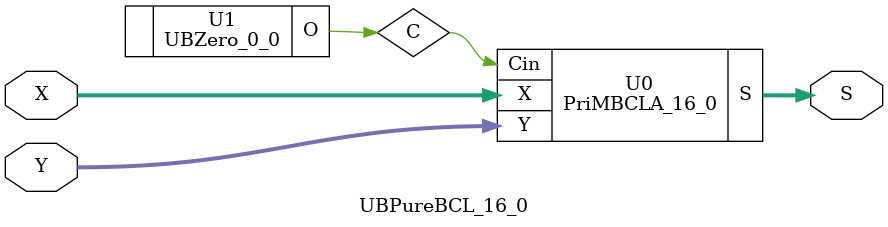
<source format=v>
/*----------------------------------------------------------------------------
  Copyright (c) 2021 Homma laboratory. All rights reserved.

  Top module: UBBCL_8_0_16_0

  Operand-1 length: 9
  Operand-2 length: 17
  Two-operand addition algorithm: Block carry look-ahead adder
----------------------------------------------------------------------------*/

module UB1DCON_0(O, I);
  output O;
  input I;
  assign O = I;
endmodule

module UB1DCON_1(O, I);
  output O;
  input I;
  assign O = I;
endmodule

module UB1DCON_2(O, I);
  output O;
  input I;
  assign O = I;
endmodule

module UB1DCON_3(O, I);
  output O;
  input I;
  assign O = I;
endmodule

module UB1DCON_4(O, I);
  output O;
  input I;
  assign O = I;
endmodule

module UB1DCON_5(O, I);
  output O;
  input I;
  assign O = I;
endmodule

module UB1DCON_6(O, I);
  output O;
  input I;
  assign O = I;
endmodule

module UB1DCON_7(O, I);
  output O;
  input I;
  assign O = I;
endmodule

module UB1DCON_8(O, I);
  output O;
  input I;
  assign O = I;
endmodule

module UBZero_16_9(O);
  output [16:9] O;
  assign O[9] = 0;
  assign O[10] = 0;
  assign O[11] = 0;
  assign O[12] = 0;
  assign O[13] = 0;
  assign O[14] = 0;
  assign O[15] = 0;
  assign O[16] = 0;
endmodule

module GPGenerator(Go, Po, A, B);
  output Go;
  output Po;
  input A;
  input B;
  assign Go = A & B;
  assign Po = A ^ B;
endmodule

module BCLAU_4(Go, Po, G, P, Cin);
  output Go;
  output Po;
  input Cin;
  input [3:0] G;
  input [3:0] P;
  assign Po = P[0] & P[1] & P[2] & P[3];
  assign Go = G[3] | ( P[3] & G[2] ) | ( P[3] & P[2] & G[1] ) | ( P[3] & P[2] & P[1] & G[0] );
endmodule

module BCLAlU_4(Go, Po, S, X, Y, Cin);
  output Go;
  output Po;
  output [3:0] S;
  input Cin;
  input [3:0] X;
  input [3:0] Y;
  wire [3:1] C;
  wire [3:0] G;
  wire [3:0] P;
  assign C[1] = G[0] | ( P[0] & Cin );
  assign C[2] = G[1] | ( P[1] & C[1] );
  assign C[3] = G[2] | ( P[2] & C[2] );
  assign S[0] = P[0] ^ Cin;
  assign S[1] = P[1] ^ C[1];
  assign S[2] = P[2] ^ C[2];
  assign S[3] = P[3] ^ C[3];
  GPGenerator U0 (G[0], P[0], X[0], Y[0]);
  GPGenerator U1 (G[1], P[1], X[1], Y[1]);
  GPGenerator U2 (G[2], P[2], X[2], Y[2]);
  GPGenerator U3 (G[3], P[3], X[3], Y[3]);
  BCLAU_4 U4 (Go, Po, G, P, Cin);
endmodule

module BCLAlU_1(Go, Po, S, X, Y, Cin);
  output Go;
  output Po;
  output S;
  input Cin;
  input X;
  input Y;
  wire W;
  assign S = W ^ Cin;
  assign Po = W;
  GPGenerator U0 (Go, W, X, Y);
endmodule

module BCLAU_1(Go, Po, G, P, Cin);
  output Go;
  output Po;
  input Cin;
  input G;
  input P;
  assign Po = P;
  assign Go = G;
endmodule

module PriMBCLA_16_0(S, X, Y, Cin);
  output [17:0] S;
  input Cin;
  input [16:0] X;
  input [16:0] Y;
  wire [4:0] C1;
  wire [1:0] C2;
  wire [4:0] G1;
  wire [1:0] G2;
  wire [4:0] P1;
  wire [1:0] P2;
  assign C1[0] = C2[0];
  assign C1[1] = G1[0] | ( P1[0] & C1[0] );
  assign C1[2] = G1[1] | ( P1[1] & C1[1] );
  assign C1[3] = G1[2] | ( P1[2] & C1[2] );
  assign C1[4] = C2[1];
  assign C2[0] = Cin;
  assign C2[1] = G2[0] | ( P2[0] & C2[0] );
  assign S[17] = G2[1] | ( P2[1] & C2[1] );
  BCLAlU_4 U0 (G1[0], P1[0], S[3:0], X[3:0], Y[3:0], C1[0]);
  BCLAlU_4 U1 (G1[1], P1[1], S[7:4], X[7:4], Y[7:4], C1[1]);
  BCLAlU_4 U2 (G1[2], P1[2], S[11:8], X[11:8], Y[11:8], C1[2]);
  BCLAlU_4 U3 (G1[3], P1[3], S[15:12], X[15:12], Y[15:12], C1[3]);
  BCLAlU_1 U4 (G1[4], P1[4], S[16], X[16], Y[16], C1[4]);
  BCLAU_4 U5 (G2[0], P2[0], G1[3:0], P1[3:0], C2[0]);
  BCLAU_1 U6 (G2[1], P2[1], G1[4], P1[4], C2[1]);
endmodule

module UBZero_0_0(O);
  output [0:0] O;
  assign O[0] = 0;
endmodule

module UBBCL_8_0_16_0 (S, X, Y);
  output [17:0] S;
  input [8:0] X;
  input [16:0] Y;
  wire [16:0] Z;
  UBExtender_8_0_16000 U0 (Z[16:0], X[8:0]);
  UBPureBCL_16_0 U1 (S[17:0], Z[16:0], Y[16:0]);
endmodule

module UBCON_8_0 (O, I);
  output [8:0] O;
  input [8:0] I;
  UB1DCON_0 U0 (O[0], I[0]);
  UB1DCON_1 U1 (O[1], I[1]);
  UB1DCON_2 U2 (O[2], I[2]);
  UB1DCON_3 U3 (O[3], I[3]);
  UB1DCON_4 U4 (O[4], I[4]);
  UB1DCON_5 U5 (O[5], I[5]);
  UB1DCON_6 U6 (O[6], I[6]);
  UB1DCON_7 U7 (O[7], I[7]);
  UB1DCON_8 U8 (O[8], I[8]);
endmodule

module UBExtender_8_0_16000 (O, I);
  output [16:0] O;
  input [8:0] I;
  UBCON_8_0 U0 (O[8:0], I[8:0]);
  UBZero_16_9 U1 (O[16:9]);
endmodule

module UBPureBCL_16_0 (S, X, Y);
  output [17:0] S;
  input [16:0] X;
  input [16:0] Y;
  wire C;
  PriMBCLA_16_0 U0 (S, X, Y, C);
  UBZero_0_0 U1 (C);
endmodule


</source>
